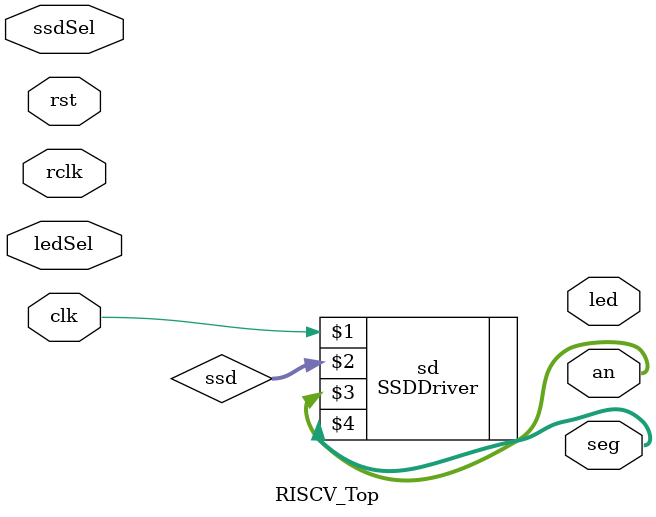
<source format=v>

`timescale 1ns/1ns

module RISCV_Top (
    input clk, 
    input rclk, 
    input rst, 
    input [1:0] ledSel, 
    input [3:0] ssdSel,
    output [15:0] led, 
    output [3:0] an, 
    output [6:0] seg
);

    wire [12:0] ssd;

  //  RISC_V rv(rclk,rst,ledSel,ssdSel,led,ssd);
    SSDDriver sd(clk,ssd,an,seg);
endmodule


</source>
